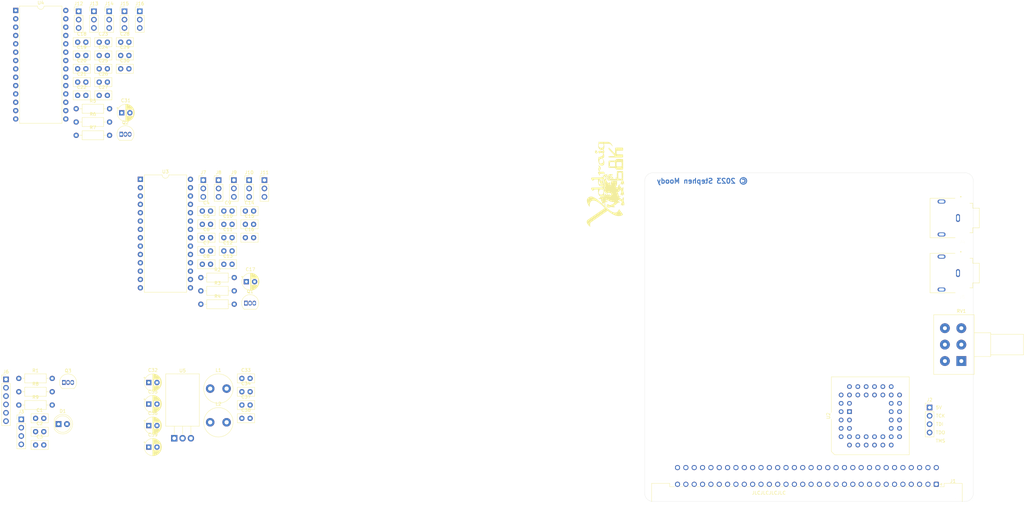
<source format=kicad_pcb>
(kicad_pcb (version 20221018) (generator pcbnew)
  (layers (0 "F.Cu" signal) (1 "In1.Cu" power) (2 "In2.Cu" power) (31 "B.Cu" signal) (34 "B.Paste" user) (35 "F.Paste" user) (36 "B.SilkS" user "B.Silkscreen") (37 "F.SilkS" user "F.Silkscreen") (38 "B.Mask" user) (39 "F.Mask" user) (44 "Edge.Cuts" user))
  (net 0 "")
  (net 1 "GND")
  (net 2 "+5V")
  (net 6 "/~{CS_DATA}")
  (net 7 "/~{RESET}")
  (net 8 "/~{UDS}")
  (net 9 "/CPU_CLK")
  (net 18 "/A6")
  (net 19 "/A4")
  (net 20 "/A2")
  (net 21 "/D7")
  (net 22 "/D5")
  (net 23 "/D3")
  (net 24 "/D1")
  (net 26 "/SID1/POT_X1")
  (net 33 "/~{CS_REG}")
  (net 34 "/R~{W}")
  (net 35 "/~{LDS}")
  (net 44 "/A7")
  (net 45 "/A5")
  (net 46 "/A3")
  (net 47 "/A1")
  (net 48 "/D6")
  (net 49 "/D4")
  (net 50 "/D2")
  (net 51 "/D0")
  (net 53 "Net-(J1-~{ACK})")
  (net 55 "/SID1/POT_Y1")
  (net 56 "/SID1/AUDIO_IN_L")
  (net 57 "/SID1/AUDIO_OUT_L")
  (net 58 "/SID2/AUDIO_IN_R")
  (net 59 "/SID2/AUDIO_OUT_R")
  (net 60 "GNDA")
  (net 61 "+12V")
  (net 62 "/LED")
  (net 64 "Net-(J6-Pin_2)")
  (net 65 "Net-(J6-Pin_3)")
  (net 66 "Net-(J6-Pin_4)")
  (net 67 "Net-(J6-Pin_5)")
  (net 68 "/DTACK")
  (net 69 "Net-(R2-Pad1)")
  (net 70 "Net-(R5-Pad1)")
  (net 71 "Net-(U3-AUDIO_OUT)")
  (net 72 "Net-(U4-AUDIO_OUT)")
  (net 80 "/CLK_1MHZ")
  (net 81 "/~{CS_SID2}")
  (net 82 "/~{CS_SID1}")
  (net 83 "Net-(J8-Pin_3)")
  (net 84 "Net-(J9-Pin_3)")
  (net 85 "Net-(J8-Pin_1)")
  (net 86 "Net-(J9-Pin_1)")
  (net 87 "Net-(U3-EXT_IN)")
  (net 88 "Net-(J10-Pin_3)")
  (net 89 "Net-(J11-Pin_3)")
  (net 90 "Net-(J10-Pin_1)")
  (net 91 "Net-(J11-Pin_1)")
  (net 92 "Net-(Q1-B)")
  (net 93 "Net-(Q1-E)")
  (net 94 "/SID2/POT_X2")
  (net 95 "Net-(J13-Pin_3)")
  (net 96 "Net-(J14-Pin_3)")
  (net 97 "/SID2/POT_Y2")
  (net 98 "Net-(J13-Pin_1)")
  (net 99 "Net-(J14-Pin_1)")
  (net 100 "Net-(U4-EXT_IN)")
  (net 101 "Net-(J15-Pin_3)")
  (net 102 "Net-(J16-Pin_3)")
  (net 103 "Net-(J15-Pin_1)")
  (net 104 "Net-(J16-Pin_1)")
  (net 105 "Net-(Q2-B)")
  (net 106 "Net-(Q2-E)")
  (net 107 "+5VA")
  (net 108 "+9V")
  (net 109 "Net-(D1-A)")
  (net 110 "Net-(J7-Pin_2)")
  (net 111 "Net-(J8-Pin_2)")
  (net 112 "Net-(J9-Pin_2)")
  (net 113 "Net-(J10-Pin_2)")
  (net 114 "Net-(J11-Pin_2)")
  (net 115 "Net-(J12-Pin_2)")
  (net 116 "Net-(J13-Pin_2)")
  (net 117 "Net-(J14-Pin_2)")
  (net 118 "Net-(J15-Pin_2)")
  (net 119 "Net-(J16-Pin_2)")
  (footprint "Ddraig:DIN41612_C_2x32_Male_Horizontal_THT" (layer "F.Cu") (at 188.722 144.78 180)
    (fp_text reference "J1" (at -5.08 1) (layer "F.SilkS"))
    (fp_text value "D68K_64PIN_BOARD" hide)
    (pad "" np_thru_hole circle (at -5.08 -2.54 180) (size 2.85 2.85) (drill 2.85) (layers "*.Cu" "*.Mask"))
    (pad "" np_thru_hole circle (at 83.82 -2.54 180) (size 2.85 2.85) (drill 2.85) (layers "*.Cu" "*.Mask"))
    (pad "A1" thru_hole roundrect (at 0 0 180) (size 1.55 1.55) (drill 1) (layers "*.Cu" "*.Mask") (roundrect_rratio 0.1612896774) (net 2 "+5V"))
    (pad "A2" thru_hole circle (at 2.54 0 180) (size 1.55 1.55) (drill 1) (layers "*.Cu" "*.Mask") (net 1 "GND"))
    (pad "A3" thru_hole circle (at 5.08 0 180) (size 1.55 1.55) (drill 1) (layers "*.Cu" "*.Mask"))
    (pad "A4" thru_hole circle (at 7.62 0 180) (size 1.55 1.55) (drill 1) (layers "*.Cu" "*.Mask"))
    (pad "A5" thru_hole circle (at 10.16 0 180) (size 1.55 1.55) (drill 1) (layers "*.Cu" "*.Mask"))
    (pad "A6" thru_hole circle (at 12.7 0 180) (size 1.55 1.55) (drill 1) (layers "*.Cu" "*.Mask"))
    (pad "A7" thru_hole circle (at 15.24 0 180) (size 1.55 1.55) (drill 1) (layers "*.Cu" "*.Mask") (net 51 "/D0"))
    (pad "A8" thru_hole circle (at 17.78 0 180) (size 1.55 1.55) (drill 1) (layers "*.Cu" "*.Mask") (net 50 "/D2"))
    (pad "A9" thru_hole circle (at 20.32 0 180) (size 1.55 1.55) (drill 1) (layers "*.Cu" "*.Mask") (net 49 "/D4"))
    (pad "A10" thru_hole circle (at 22.86 0 180) (size 1.55 1.55) (drill 1) (layers "*.Cu" "*.Mask") (net 48 "/D6"))
    (pad "A11" thru_hole circle (at 25.4 0 180) (size 1.55 1.55) (drill 1) (layers "*.Cu" "*.Mask") (net 1 "GND"))
    (pad "A12" thru_hole circle (at 27.94 0 180) (size 1.55 1.55) (drill 1) (layers "*.Cu" "*.Mask") (net 47 "/A1"))
    (pad "A13" thru_hole circle (at 30.48 0 180) (size 1.55 1.55) (drill 1) (layers "*.Cu" "*.Mask") (net 46 "/A3"))
    (pad "A14" thru_hole circle (at 33.02 0 180) (size 1.55 1.55) (drill 1) (layers "*.Cu" "*.Mask") (net 45 "/A5"))
    (pad "A15" thru_hole circle (at 35.56 0 180) (size 1.55 1.55) (drill 1) (layers "*.Cu" "*.Mask") (net 44 "/A7"))
    (pad "A16" thru_hole circle (at 38.1 0 180) (size 1.55 1.55) (drill 1) (layers "*.Cu" "*.Mask"))
    (pad "A17" thru_hole circle (at 40.64 0 180) (size 1.55 1.55) (drill 1) (layers "*.Cu" "*.Mask"))
    (pad "A18" thru_hole circle (at 43.18 0 180) (size 1.55 1.55) (drill 1) (layers "*.Cu" "*.Mask"))
    (pad "A19" thru_hole circle (at 45.72 0 180) (size 1.55 1.55) (drill 1) (layers "*.Cu" "*.Mask"))
    (pad "A20" thru_hole circle (at 48.26 0 180) (size 1.55 1.55) (drill 1) (layers "*.Cu" "*.Mask"))
    (pad "A21" thru_hole circle (at 50.8 0 180) (size 1.55 1.55) (drill 1) (layers "*.Cu" "*.Mask"))
    (pad "A22" thru_hole circle (at 53.34 0 180) (size 1.55 1.55) (drill 1) (layers "*.Cu" "*.Mask"))
    (pad "A23" thru_hole circle (at 55.88 0 180) (size 1.55 1.55) (drill 1) (layers "*.Cu" "*.Mask"))
    (pad "A24" thru_hole circle (at 58.42 0 180) (size 1.55 1.55) (drill 1) (layers "*.Cu" "*.Mask") (net 2 "+5V"))
    (pad "A25" thru_hole circle (at 60.96 0 180) (size 1.55 1.55) (drill 1) (layers "*.Cu" "*.Mask") (net 35 "/~{LDS}"))
    (pad "A26" thru_hole circle (at 63.5 0 180) (size 1.55 1.55) (drill 1) (layers "*.Cu" "*.Mask") (net 34 "/R~{W}"))
    (pad "A27" thru_hole circle (at 66.04 0 180) (size 1.55 1.55) (drill 1) (layers "*.Cu" "*.Mask") (net 33 "/~{CS_REG}"))
    (pad "A28" thru_hole circle (at 68.58 0 180) (size 1.55 1.55) (drill 1) (layers "*.Cu" "*.Mask"))
    (pad "A29" thru_hole circle (at 71.12 0 180) (size 1.55 1.55) (drill 1) (layers "*.Cu" "*.Mask"))
    (pad "A30" thru_hole circle (at 73.66 0 180) (size 1.55 1.55) (drill 1) (layers "*.Cu" "*.Mask"))
    (pad "A31" thru_hole circle (at 76.2 0 180) (size 1.55 1.55) (drill 1) (layers "*.Cu" "*.Mask") (net 61 "+12V"))
    (pad "A32" thru_hole circle (at 78.74 0 180) (size 1.55 1.55) (drill 1) (layers "*.Cu" "*.Mask") (net 1 "GND"))
    (pad "C1" thru_hole circle (at 0 5.08 180) (size 1.55 1.55) (drill 1) (layers "*.Cu" "*.Mask") (net 2 "+5V"))
    (pad "C2" thru_hole circle (at 2.54 5.08 180) (size 1.55 1.55) (drill 1) (layers "*.Cu" "*.Mask"))
    (pad "C3" thru_hole circle (at 5.08 5.08 180) (size 1.55 1.55) (drill 1) (layers "*.Cu" "*.Mask"))
    (pad "C4" thru_hole circle (at 7.62 5.08 180) (size 1.55 1.55) (drill 1) (layers "*.Cu" "*.Mask"))
    (pad "C5" thru_hole circle (at 10.16 5.08 180) (size 1.55 1.55) (drill 1) (layers "*.Cu" "*.Mask"))
    (pad "C6" thru_hole circle (at 12.7 5.08 180) (size 1.55 1.55) (drill 1) (layers "*.Cu" "*.Mask"))
    (pad "C7" thru_hole circle (at 15.24 5.08 180) (size 1.55 1.55) (drill 1) (layers "*.Cu" "*.Mask") (net 24 "/D1"))
    (pad "C8" thru_hole circle (at 17.78 5.08 180) (size 1.55 1.55) (drill 1) (layers "*.Cu" "*.Mask") (net 23 "/D3"))
    (pad "C9" thru_hole circle (at 20.32 5.08 180) (size 1.55 1.55) (drill 1) (layers "*.Cu" "*.Mask") (net 22 "/D5"))
    (pad "C10" thru_hole circle (at 22.86 5.08 180) (size 1.55 1.55) (drill 1) (layers "*.Cu" "*.Mask") (net 21 "/D7"))
    (pad "C11" thru_hole circle (at 25.4 5.08 180) (size 1.55 1.55) (drill 1) (layers "*.Cu" "*.Mask") (net 1 "GND"))
    (pad "C12" thru_hole circle (at 27.94 5.08 180) (size 1.55 1.55) (drill 1) (layers "*.Cu" "*.Mask") (net 20 "/A2"))
    (pad "C13" thru_hole circle (at 30.48 5.08 180) (size 1.55 1.55) (drill 1) (layers "*.Cu" "*.Mask") (net 19 "/A4"))
    (pad "C14" thru_hole circle (at 33.02 5.08 180) (size 1.55 1.55) (drill 1) (layers "*.Cu" "*.Mask") (net 18 "/A6"))
    (pad "C15" thru_hole circle (at 35.56 5.08 180) (size 1.55 1.55) (drill 1) (layers "*.Cu" "*.Mask"))
    (pad "C16" thru_hole circle (at 38.1 5.08 180) (size 1.55 1.55) (drill 1) (layers "*.Cu" "*.Mask"))
    (pad "C17" thru_hole circle (at 40.64 5.08 180) (size 1.55 1.55) (drill 1) (layers "*.Cu" "*.Mask"))
    (pad "C18" thru_hole circle (at 43.18 5.08 180) (size 1.55 1.55) (drill 1) (layers "*.Cu" "*.Mask"))
    (pad "C19" thru_hole circle (at 45.72 5.08 180) (size 1.55 1.55) (drill 1) (layers "*.Cu" "*.Mask"))
    (pad "C20" thru_hole circle (at 48.26 5.08 180) (size 1.55 1.55) (drill 1) (layers "*.Cu" "*.Mask"))
    (pad "C21" thru_hole circle (at 50.8 5.08 180) (size 1.55 1.55) (drill 1) (layers "*.Cu" "*.Mask"))
    (pad "C22" thru_hole circle (at 53.34 5.08 180) (size 1.55 1.55) (drill 1) (layers "*.Cu" "*.Mask"))
    (pad "C23" thru_hole circle (at 55.88 5.08 180) (size 1.55 1.55) (drill 1) (layers "*.Cu" "*.Mask") (net 9 "/CPU_CLK"))
    (pad "C24" thru_hole circle (at 58.42 5.08 180) (size 1.55 1.55) (drill 1) (layers "*.Cu" "*.Mask") (net 1 "GND"))
    (pad "C25" thru_hole circle (at 60.96 5.08 180) (size 1.55 1.55) (drill 1) (layers "*.Cu" "*.Mask") (net 8 "/~{UDS}"))
    (pad "C26" thru_hole circle (at 63.5 5.08 180) (size 1.55 1.55) (drill 1) (layers "*.Cu" "*.Mask") (net 7 "/~{RESET}"))
    (pad "C27" thru_hole circle (at 66.04 5.08 180) (size 1.55 1.55) (drill 1) (layers "*.Cu" "*.Mask") (net 6 "/~{CS_DATA}"))
    (pad "C28" thru_hole circle (at 68.58 5.08 180) (size 1.55 1.55) (drill 1) (layers "*.Cu" "*.Mask") (net 53 "Net-(J1-~{ACK})"))
    (pad "C29" thru_hole circle (at 71.12 5.08 180) (size 1.55 1.55) (drill 1) (layers "*.Cu" "*.Mask") (net 1 "GND"))
    (pad "C30" thru_hole circle (at 73.66 5.08 180) (size 1.55 1.55) (drill 1) (layers "*.Cu" "*.Mask"))
    (pad "C31" thru_hole circle (at 76.2 5.08 180) (size 1.55 1.55) (drill 1) (layers "*.Cu" "*.Mask") (net 61 "+12V"))
    (pad "C32" thru_hole circle (at 78.74 5.08 180) (size 1.55 1.55) (drill 1) (layers "*.Cu" "*.Mask") (net 1 "GND"))
  )
  (footprint "Connector_PinHeader_2.54mm:PinHeader_1x04_P2.54mm_Vertical" (layer "F.Cu") (at 186.69 121.412)
    (fp_text reference "J2" (at 0 -2.33) (layer "F.SilkS"))
    (fp_text value "Conn_01x04")
    (pad "1" thru_hole rect (at 0 0) (size 1.7 1.7) (drill 1) (layers "*.Cu" "*.Mask") (net 60 "GNDA"))
    (pad "2" thru_hole oval (at 0 2.54) (size 1.7 1.7) (drill 1) (layers "*.Cu" "*.Mask") (net 55 "/SID1/POT_Y1"))
    (pad "3" thru_hole oval (at 0 5.08) (size 1.7 1.7) (drill 1) (layers "*.Cu" "*.Mask") (net 26 "/SID1/POT_X1"))
    (pad "4" thru_hole oval (at 0 7.62) (size 1.7 1.7) (drill 1) (layers "*.Cu" "*.Mask") (net 2 "+5V"))
  )
  (footprint "Ddraig:Ddraig68k-26mm" (layer "F.Cu") (at 87.884 53.34 90)
    (fp_text reference "G***" hide)
    (fp_text value "LOGO" hide)
  )
  (footprint "Connector_PinHeader_2.54mm:PinHeader_1x03_P2.54mm_Vertical" (layer "F.Cu") (at -34.306 52.232)
    (fp_text reference "J7" (at 0 -2.33) (layer "F.SilkS"))
    (fp_text value "Conn_01x03")
    (pad "1" thru_hole rect (at 0 0) (size 1.7 1.7) (drill 1) (layers "*.Cu" "*.Mask") (net 61 "+12V"))
    (pad "2" thru_hole oval (at 0 2.54) (size 1.7 1.7) (drill 1) (layers "*.Cu" "*.Mask") (net 110 "Net-(J7-Pin_2)"))
    (pad "3" thru_hole oval (at 0 5.08) (size 1.7 1.7) (drill 1) (layers "*.Cu" "*.Mask") (net 108 "+9V"))
  )
  (footprint "Resistor_THT:R_Axial_DIN0207_L6.3mm_D2.5mm_P10.16mm_Horizontal" (layer "F.Cu") (at -72.991775 34.55)
    (fp_text reference "R6" (at 5.08 -2.37) (layer "F.SilkS"))
    (fp_text value "10K")
    (pad "1" thru_hole circle (at 0 0) (size 1.6 1.6) (drill 0.8) (layers "*.Cu" "*.Mask") (net 70 "Net-(R5-Pad1)"))
    (pad "2" thru_hole oval (at 10.16 0) (size 1.6 1.6) (drill 0.8) (layers "*.Cu" "*.Mask") (net 105 "Net-(Q2-B)"))
  )
  (footprint "Resistor_THT:R_Axial_DIN0207_L6.3mm_D2.5mm_P10.16mm_Horizontal" (layer "F.Cu") (at -72.991775 30.5)
    (fp_text reference "R5" (at 5.08 -2.37) (layer "F.SilkS"))
    (fp_text value "1K")
    (pad "1" thru_hole circle (at 0 0) (size 1.6 1.6) (drill 0.8) (layers "*.Cu" "*.Mask") (net 70 "Net-(R5-Pad1)"))
    (pad "2" thru_hole oval (at 10.16 0) (size 1.6 1.6) (drill 0.8) (layers "*.Cu" "*.Mask") (net 1 "GND"))
  )
  (footprint "Connector_PinHeader_2.54mm:PinHeader_1x04_P2.54mm_Vertical" (layer "F.Cu") (at -89.696 125.014)
    (fp_text reference "J3" (at 0 -2.33) (layer "F.SilkS"))
    (fp_text value "Conn_01x04")
    (pad "1" thru_hole rect (at 0 0) (size 1.7 1.7) (drill 1) (layers "*.Cu" "*.Mask") (net 60 "GNDA"))
    (pad "2" thru_hole oval (at 0 2.54) (size 1.7 1.7) (drill 1) (layers "*.Cu" "*.Mask") (net 97 "/SID2/POT_Y2"))
    (pad "3" thru_hole oval (at 0 5.08) (size 1.7 1.7) (drill 1) (layers "*.Cu" "*.Mask") (net 94 "/SID2/POT_X2"))
    (pad "4" thru_hole oval (at 0 7.62) (size 1.7 1.7) (drill 1) (layers "*.Cu" "*.Mask") (net 2 "+5V"))
  )
  (footprint "Capacitor_THT:C_Disc_D5.0mm_W2.5mm_P2.50mm" (layer "F.Cu") (at -34.606 65.682)
    (fp_text reference "C5" (at 1.25 -2.5) (layer "F.SilkS"))
    (fp_text value "100nF")
    (pad "1" thru_hole circle (at 0 0) (size 1.6 1.6) (drill 0.8) (layers "*.Cu" "*.Mask") (net 2 "+5V"))
    (pad "2" thru_hole circle (at 2.5 0) (size 1.6 1.6) (drill 0.8) (layers "*.Cu" "*.Mask") (net 1 "GND"))
  )
  (footprint "Connector_PinHeader_2.54mm:PinHeader_1x03_P2.54mm_Vertical" (layer "F.Cu") (at -53.641775 0.85)
    (fp_text reference "J16" (at 0 -2.33) (layer "F.SilkS"))
    (fp_text value "Conn_01x03")
    (pad "1" thru_hole rect (at 0 0) (size 1.7 1.7) (drill 1) (layers "*.Cu" "*.Mask") (net 104 "Net-(J16-Pin_1)"))
    (pad "2" thru_hole oval (at 0 2.54) (size 1.7 1.7) (drill 1) (layers "*.Cu" "*.Mask") (net 119 "Net-(J16-Pin_2)"))
    (pad "3" thru_hole oval (at 0 5.08) (size 1.7 1.7) (drill 1) (layers "*.Cu" "*.Mask") (net 102 "Net-(J16-Pin_3)"))
  )
  (footprint "Connector_PinHeader_2.54mm:PinHeader_1x03_P2.54mm_Vertical" (layer "F.Cu") (at -15.706 52.232)
    (fp_text reference "J11" (at 0 -2.33) (layer "F.SilkS"))
    (fp_text value "Conn_01x03")
    (pad "1" thru_hole rect (at 0 0) (size 1.7 1.7) (drill 1) (layers "*.Cu" "*.Mask") (net 91 "Net-(J11-Pin_1)"))
    (pad "2" thru_hole oval (at 0 2.54) (size 1.7 1.7) (drill 1) (layers "*.Cu" "*.Mask") (net 114 "Net-(J11-Pin_2)"))
    (pad "3" thru_hole oval (at 0 5.08) (size 1.7 1.7) (drill 1) (layers "*.Cu" "*.Mask") (net 89 "Net-(J11-Pin_3)"))
  )
  (footprint "Connector_PinHeader_2.54mm:PinHeader_1x03_P2.54mm_Vertical" (layer "F.Cu") (at -58.291775 0.85)
    (fp_text reference "J15" (at 0 -2.33) (layer "F.SilkS"))
    (fp_text value "Conn_01x03")
    (pad "1" thru_hole rect (at 0 0) (size 1.7 1.7) (drill 1) (layers "*.Cu" "*.Mask") (net 103 "Net-(J15-Pin_1)"))
    (pad "2" thru_hole oval (at 0 2.54) (size 1.7 1.7) (drill 1) (layers "*.Cu" "*.Mask") (net 118 "Net-(J15-Pin_2)"))
    (pad "3" thru_hole oval (at 0 5.08) (size 1.7 1.7) (drill 1) (layers "*.Cu" "*.Mask") (net 101 "Net-(J15-Pin_3)"))
  )
  (footprint "Capacitor_THT:C_Disc_D5.0mm_W2.5mm_P2.50mm" (layer "F.Cu") (at -65.991775 22.4)
    (fp_text reference "C26" (at 1.25 -2.5) (layer "F.SilkS"))
    (fp_text value "10uF")
    (pad "1" thru_hole circle (at 0 0) (size 1.6 1.6) (drill 0.8) (layers "*.Cu" "*.Mask") (net 100 "Net-(U4-EXT_IN)"))
    (pad "2" thru_hole circle (at 2.5 0) (size 1.6 1.6) (drill 0.8) (layers "*.Cu" "*.Mask") (net 58 "/SID2/AUDIO_IN_R"))
  )
  (footprint "Capacitor_THT:CP_Radial_D5.0mm_P2.50mm" (layer "F.Cu") (at -59.142 31.75)
    (fp_text reference "C31" (at 1.25 -3.75) (layer "F.SilkS"))
    (fp_text value "10uF")
    (pad "1" thru_hole rect (at 0 0) (size 1.6 1.6) (drill 0.8) (layers "*.Cu" "*.Mask") (net 106 "Net-(Q2-E)"))
    (pad "2" thru_hole circle (at 2.5 0) (size 1.6 1.6) (drill 0.8) (layers "*.Cu" "*.Mask") (net 59 "/SID2/AUDIO_OUT_R"))
  )
  (footprint "Capacitor_THT:C_Disc_D5.0mm_W2.5mm_P2.50mm" (layer "F.Cu") (at -65.991775 14.3)
    (fp_text reference "C24" (at 1.25 -2.5) (layer "F.SilkS"))
    (fp_text value "470pf")
    (pad "1" thru_hole circle (at 0 0) (size 1.6 1.6) (drill 0.8) (layers "*.Cu" "*.Mask") (net 98 "Net-(J13-Pin_1)"))
    (pad "2" thru_hole circle (at 2.5 0) (size 1.6 1.6) (drill 0.8) (layers "*.Cu" "*.Mask") (net 99 "Net-(J14-Pin_1)"))
  )
  (footprint "Ddraig:SWITCHCRAFT_35RAPC2BHN2" (layer "F.Cu") (at 194.326 80.518 180)
    (fp_text reference "J5" (at -2.2758 -7.2836) (layer "F.SilkS") (effects (font (thickness 0.015))))
    (fp_text value "Audio In")
    (pad "" np_thru_hole circle (at -3.5 -5 180) (size 1.2 1.2) (drill 1.2) (layers "*.Cu" "*.Mask"))
    (pad "" np_thru_hole circle (at -3.5 5 180) (size 1.2 1.2) (drill 1.2) (layers "*.Cu" "*.Mask"))
    (pad "" np_thru_hole circle (at -1 -5 180) (size 1.2 1.2) (drill 1.2) (layers "*.Cu" "*.Mask"))
    (pad "" np_thru_hole circle (at -1 5 180) (size 1.2 1.2) (drill 1.2) (layers "*.Cu" "*.Mask"))
    (pad "" np_thru_hole circle (at 4 0 180) (size 1.2 1.2) (drill 1.2) (layers "*.Cu" "*.Mask"))
    (pad "1" thru_hole oval (at -1 0 180) (size 1.208 2.416) (drill oval 0.7 1.6) (layers "*.Cu" "*.Mask") (net 60 "GNDA"))
    (pad "2" thru_hole oval (at 4 5 180) (size 2.416 1.208) (drill oval 1.6 0.7) (layers "*.Cu" "*.Mask") (net 58 "/SID2/AUDIO_IN_R"))
    (pad "3" thru_hole oval (at 4 -5 180) (size 2.416 1.208) (drill oval 1.6 0.7) (layers "*.Cu" "*.Mask") (net 56 "/SID1/AUDIO_IN_L"))
  )
  (footprint "Capacitor_THT:C_Disc_D5.0mm_W2.5mm_P2.50mm" (layer "F.Cu") (at -28.056 73.782)
    (fp_text reference "C12" (at 1.25 -2.5) (layer "F.SilkS"))
    (fp_text value "10uF")
    (pad "1" thru_hole circle (at 0 0) (size 1.6 1.6) (drill 0.8) (layers "*.Cu" "*.Mask") (net 87 "Net-(U3-EXT_IN)"))
    (pad "2" thru_hole circle (at 2.5 0) (size 1.6 1.6) (drill 0.8) (layers "*.Cu" "*.Mask") (net 56 "/SID1/AUDIO_IN_L"))
  )
  (footprint "Connector_PinHeader_2.54mm:PinHeader_1x03_P2.54mm_Vertical" (layer "F.Cu") (at -72.241775 0.85)
    (fp_text reference "J12" (at 0 -2.33) (layer "F.SilkS"))
    (fp_text value "Conn_01x03")
    (pad "1" thru_hole rect (at 0 0) (size 1.7 1.7) (drill 1) (layers "*.Cu" "*.Mask") (net 61 "+12V"))
    (pad "2" thru_hole oval (at 0 2.54) (size 1.7 1.7) (drill 1) (layers "*.Cu" "*.Mask") (net 115 "Net-(J12-Pin_2)"))
    (pad "3" thru_hole oval (at 0 5.08) (size 1.7 1.7) (drill 1) (layers "*.Cu" "*.Mask") (net 108 "+9V"))
  )
  (footprint "Package_TO_SOT_THT:TO-92_Inline" (layer "F.Cu") (at -21.336 89.662)
    (fp_text reference "Q1" (at 1.27 -3.56) (layer "F.SilkS"))
    (fp_text value "BC547")
    (pad "1" thru_hole rect (at 0 0) (size 1.05 1.5) (drill 0.75) (layers "*.Cu" "*.Mask") (net 61 "+12V"))
    (pad "2" thru_hole oval (at 1.27 0) (size 1.05 1.5) (drill 0.75) (layers "*.Cu" "*.Mask") (net 92 "Net-(Q1-B)"))
    (pad "3" thru_hole oval (at 2.54 0) (size 1.05 1.5) (drill 0.75) (layers "*.Cu" "*.Mask") (net 93 "Net-(Q1-E)"))
  )
  (footprint "Package_TO_SOT_THT:TO-92_Inline" (layer "F.Cu") (at -59.271775 38.28)
    (fp_text reference "Q2" (at 1.27 -3.56) (layer "F.SilkS"))
    (fp_text value "BC547")
    (pad "1" thru_hole rect (at 0 0) (size 1.05 1.5) (drill 0.75) (layers "*.Cu" "*.Mask") (net 61 "+12V"))
    (pad "2" thru_hole oval (at 1.27 0) (size 1.05 1.5) (drill 0.75) (layers "*.Cu" "*.Mask") (net 105 "Net-(Q2-B)"))
    (pad "3" thru_hole oval (at 2.54 0) (size 1.05 1.5) (drill 0.75) (layers "*.Cu" "*.Mask") (net 106 "Net-(Q2-E)"))
  )
  (footprint "Connector_PinHeader_2.54mm:PinHeader_1x03_P2.54mm_Vertical" (layer "F.Cu") (at -20.356 52.232)
    (fp_text reference "J10" (at 0 -2.33) (layer "F.SilkS"))
    (fp_text value "Conn_01x03")
    (pad "1" thru_hole rect (at 0 0) (size 1.7 1.7) (drill 1) (layers "*.Cu" "*.Mask") (net 90 "Net-(J10-Pin_1)"))
    (pad "2" thru_hole oval (at 0 2.54) (size 1.7 1.7) (drill 1) (layers "*.Cu" "*.Mask") (net 113 "Net-(J10-Pin_2)"))
    (pad "3" thru_hole oval (at 0 5.08) (size 1.7 1.7) (drill 1) (layers "*.Cu" "*.Mask") (net 88 "Net-(J10-Pin_3)"))
  )
  (footprint "Ddraig:SWITCHCRAFT_35RAPC2BHN2" (layer "F.Cu") (at 194.326 63.754 180)
    (fp_text reference "J4" (at -2.2758 -7.2836) (layer "F.SilkS") (effects (font (thickness 0.015))))
    (fp_text value "Audio Out")
    (pad "" np_thru_hole circle (at -3.5 -5 180) (size 1.2 1.2) (drill 1.2) (layers "*.Cu" "*.Mask"))
    (pad "" np_thru_hole circle (at -3.5 5 180) (size 1.2 1.2) (drill 1.2) (layers "*.Cu" "*.Mask"))
    (pad "" np_thru_hole circle (at -1 -5 180) (size 1.2 1.2) (drill 1.2) (layers "*.Cu" "*.Mask"))
    (pad "" np_thru_hole circle (at -1 5 180) (size 1.2 1.2) (drill 1.2) (layers "*.Cu" "*.Mask"))
    (pad "" np_thru_hole circle (at 4 0 180) (size 1.2 1.2) (drill 1.2) (layers "*.Cu" "*.Mask"))
    (pad "1" thru_hole oval (at -1 0 180) (size 1.208 2.416) (drill oval 0.7 1.6) (layers "*.Cu" "*.Mask") (net 60 "GNDA"))
    (pad "2" thru_hole oval (at 4 5 180) (size 2.416 1.208) (drill oval 1.6 0.7) (layers "*.Cu" "*.Mask") (net 59 "/SID2/AUDIO_OUT_R"))
    (pad "3" thru_hole oval (at 4 -5 180) (size 2.416 1.208) (drill oval 1.6 0.7) (layers "*.Cu" "*.Mask") (net 57 "/SID1/AUDIO_OUT_L"))
  )
  (footprint "Potentiometer_THT:Potentiometer_Alps_RK163_Dual_Horizontal" (layer "F.Cu") (at 196.342 107.282 180)
    (fp_text reference "RV1" (at -0.000001 15.199999) (layer "F.SilkS"))
    (fp_text value "10K")
    (pad "1" thru_hole rect (at 0 0) (size 3 3) (drill 1.2) (layers "*.Cu" "*.Mask") (net 71 "Net-(U3-AUDIO_OUT)"))
    (pad "2" thru_hole circle (at 0 5) (size 3 3) (drill 1.2) (layers "*.Cu" "*.Mask") (net 69 "Net-(R2-Pad1)"))
    (pad "3" thru_hole circle (at 0 10) (size 3 3) (drill 1.2) (layers "*.Cu" "*.Mask") (net 60 "GNDA"))
    (pad "4" thru_hole circle (at 5 0) (size 3 3) (drill 1.2) (layers "*.Cu" "*.Mask") (net 72 "Net-(U4-AUDIO_OUT)"))
    (pad "5" thru_hole circle (at 5 5) (size 3 3) (drill 1.2) (layers "*.Cu" "*.Mask") (net 70 "Net-(R5-Pad1)"))
    (pad "6" thru_hole circle (at 5 10) (size 3 3) (drill 1.2) (layers "*.Cu" "*.Mask") (net 60 "GNDA"))
  )
  (footprint "Capacitor_THT:CP_Radial_D5.0mm_P2.50mm" (layer "F.Cu") (at -21.206225 83.132)
    (fp_text reference "C17" (at 1.25 -3.75) (layer "F.SilkS"))
    (fp_text value "10uF")
    (pad "1" thru_hole rect (at 0 0) (size 1.6 1.6) (drill 0.8) (layers "*.Cu" "*.Mask") (net 93 "Net-(Q1-E)"))
    (pad "2" thru_hole circle (at 2.5 0) (size 1.6 1.6) (drill 0.8) (layers "*.Cu" "*.Mask") (net 57 "/SID1/AUDIO_OUT_L"))
  )
  (footprint "Package_LCC:PLCC-44_THT-Socket" (layer "F.Cu") (at 162.306 122.682 90)
    (fp_text reference "U2" (at -1.27 -6.4 90) (layer "F.SilkS"))
    (fp_text value "XC9536PC44")
    (pad "1" thru_hole rect (at 0 0 90) (size 1.4224 1.4224) (drill 0.8) (layers "*.Cu" "*.Mask") (net 47 "/A1"))
    (pad "2" thru_hole circle (at -2.54 -2.54 90) (size 1.4224 1.4224) (drill 0.8) (layers "*.Cu" "*.Mask") (net 20 "/A2"))
    (pad "3" thru_hole circle (at -2.54 0 90) (size 1.4224 1.4224) (drill 0.8) (layers "*.Cu" "*.Mask") (net 46 "/A3"))
    (pad "4" thru_hole circle (at -5.08 -2.54 90) (size 1.4224 1.4224) (drill 0.8) (layers "*.Cu" "*.Mask") (net 21 "/D7"))
    (pad "5" thru_hole circle (at -5.08 0 90) (size 1.4224 1.4224) (drill 0.8) (layers "*.Cu" "*.Mask") (net 9 "/CPU_CLK"))
    (pad "6" thru_hole circle (at -7.62 -2.54 90) (size 1.4224 1.4224) (drill 0.8) (layers "*.Cu" "*.Mask") (net 48 "/D6"))
    (pad "7" thru_hole circle (at -10.16 0 90) (size 1.4224 1.4224) (drill 0.8) (layers "*.Cu" "*.Mask") (net 22 "/D5"))
    (pad "8" thru_hole circle (at -7.62 0 90) (size 1.4224 1.4224) (drill 0.8) (layers "*.Cu" "*.Mask") (net 49 "/D4"))
    (pad "9" thru_hole circle (at -10.16 2.54 90) (size 1.4224 1.4224) (drill 0.8) (layers "*.Cu" "*.Mask") (net 23 "/D3"))
    (pad "10" thru_hole circle (at -7.62 2.54 90) (size 1.4224 1.4224) (drill 0.8) (layers "*.Cu" "*.Mask") (net 1 "GND"))
    (pad "11" thru_hole circle (at -10.16 5.08 90) (size 1.4224 1.4224) (drill 0.8) (layers "*.Cu" "*.Mask") (net 50 "/D2"))
    (pad "12" thru_hole circle (at -7.62 5.08 90) (size 1.4224 1.4224) (drill 0.8) (layers "*.Cu" "*.Mask") (net 24 "/D1"))
    (pad "13" thru_hole circle (at -10.16 7.62 90) (size 1.4224 1.4224) (drill 0.8) (layers "*.Cu" "*.Mask") (net 51 "/D0"))
    (pad "14" thru_hole circle (at -7.62 7.62 90) (size 1.4224 1.4224) (drill 0.8) (layers "*.Cu" "*.Mask"))
    (pad "15" thru_hole circle (at -10.16 10.16 90) (size 1.4224 1.4224) (drill 0.8) (layers "*.Cu" "*.Mask") (net 65 "Net-(J6-Pin_3)"))
    (pad "16" thru_hole circle (at -7.62 10.16 90) (size 1.4224 1.4224) (drill 0.8) (layers "*.Cu" "*.Mask") (net 67 "Net-(J6-Pin_5)"))
    (pad "17" thru_hole circle (at -10.16 12.7 90) (size 1.4224 1.4224) (drill 0.8) (layers "*.Cu" "*.Mask") (net 64 "Net-(J6-Pin_2)"))
    (pad "18" thru_hole circle (at -7.62 15.24 90) (size 1.4224 1.4224) (drill 0.8) (layers "*.Cu" "*.Mask"))
    (pad "19" thru_hole circle (at -7.62 12.7 90) (size 1.4224 1.4224) (drill 0.8) (layers "*.Cu" "*.Mask") (net 62 "/LED"))
    (pad "20" thru_hole circle (at -5.08 15.24 90) (size 1.4224 1.4224) (drill 0.8) (layers "*.Cu" "*.Mask"))
    (pad "21" thru_hole circle (at -5.08 12.7 90) (size 1.4224 1.4224) (drill 0.8) (layers "*.Cu" "*.Mask") (net 2 "+5V"))
    (pad "22" thru_hole circle (at -2.54 15.24 90) (size 1.4224 1.4224) (drill 0.8) (layers "*.Cu" "*.Mask"))
    (pad "23" thru_hole circle (at -2.54 12.7 90) (size 1.4224 1.4224) (drill 0.8) (layers "*.Cu" "*.Mask") (net 1 "GND"))
    (pad "24" thru_hole circle (at 0 15.24 90) (size 1.4224 1.4224) (drill 0.8) (layers "*.Cu" "*.Mask"))
    (pad "25" thru_hole circle (at 0 12.7 90) (size 1.4224 1.4224) (drill 0.8) (layers "*.Cu" "*.Mask"))
    (pad "26" thru_hole circle (at 2.54 15.24 90) (size 1.4224 1.4224) (drill 0.8) (layers "*.Cu" "*.Mask"))
    (pad "27" thru_hole circle (at 2.54 12.7 90) (size 1.4224 1.4224) (drill 0.8) (layers "*.Cu" "*.Mask") (net 80 "/CLK_1MHZ"))
    (pad "28" thru_hole circle (at 5.08 15.24 90) (size 1.4224 1.4224) (drill 0.8) (layers "*.Cu" "*.Mask") (net 81 "/~{CS_SID2}"))
    (pad "29" thru_hole circle (at 7.62 12.7 90) (size 1.4224 1.4224) (drill 0.8) (layers "*.Cu" "*.Mask") (net 82 "/~{CS_SID1}"))
    (pad "30" thru_hole circle (at 5.08 12.7 90) (size 1.4224 1.4224) (drill 0.8) (layers "*.Cu" "*.Mask") (net 66 "Net-(J6-Pin_4)"))
    (pad "31" thru_hole circle (at 7.62 10.16 90) (size 1.4224 1.4224) (drill 0.8) (layers "*.Cu" "*.Mask") (net 1 "GND"))
    (pad "32" thru_hole circle (at 5.08 10.16 90) (size 1.4224 1.4224) (drill 0.8) (layers "*.Cu" "*.Mask") (net 2 "+5V"))
    (pad "33" thru_hole circle (at 7.62 7.62 90) (size 1.4224 1.4224) (drill 0.8) (layers "*.Cu" "*.Mask") (net 68 "/DTACK"))
    (pad "34" thru_hole circle (at 5.08 7.62 90) (size 1.4224 1.4224) (drill 0.8) (layers "*.Cu" "*.Mask") (net 7 "/~{RESET}"))
    (pad "35" thru_hole circle (at 7.62 5.08 90) (size 1.4224 1.4224) (drill 0.8) (layers "*.Cu" "*.Mask") (net 33 "/~{CS_REG}"))
    (pad "36" thru_hole circle (at 5.08 5.08 90) (size 1.4224 1.4224) (drill 0.8) (layers "*.Cu" "*.Mask") (net 6 "/~{CS_DATA}"))
    (pad "37" thru_hole circle (at 7.62 2.54 90) (size 1.4224 1.4224) (drill 0.8) (layers "*.Cu" "*.Mask") (net 34 "/R~{W}"))
    (pad "38" thru_hole circle (at 5.08 2.54 90) (size 1.4224 1.4224) (drill 0.8) (layers "*.Cu" "*.Mask") (net 8 "/~{UDS}"))
    (pad "39" thru_hole circle (at 7.62 0 90) (size 1.4224 1.4224) (drill 0.8) (layers "*.Cu" "*.Mask") (net 35 "/~{LDS}"))
    (pad "40" thru_hole circle (at 5.08 -2.54 90) (size 1.4224 1.4224) (drill 0.8) (layers "*.Cu" "*.Mask") (net 44 "/A7"))
    (pad "41" thru_hole circle (at 5.08 0 90) (size 1.4224 1.4224) (drill 0.8) (layers "*.Cu" "*.Mask") (net 2 "+5V"))
    (pad "42" thru_hole circle (at 2.54 -2.54 90) (size 1.4224 1.4224) (drill 0.8) (layers "*.Cu" "*.Mask") (net 18 "/A6"))
    (pad "43" thru_hole circle (at 2.54 0 90) (size 1.4224 1.4224) (drill 0.8) (layers "*.Cu" "*.Mask") (net 45 "/A5"))
    (pad "44" thru_hole circle (at 0 -2.54 90) (size 1.4224 1.4224) (drill 0.8) (layers "*.Cu" "*.Mask") (net 19 "/A4"))
  )
  (footprint "Resistor_THT:R_Axial_DIN0207_L6.3mm_D2.5mm_P10.16mm_Horizontal" (layer "F.Cu") (at -90.446 116.614)
    (fp_text reference "R8" (at 5.08 -2.37) (layer "F.SilkS"))
    (fp_text value "1M")
    (pad "1" thru_hole circle (at 0 0) (size 1.6 1.6) (drill 0.8) (layers "*.Cu" "*.Mask") (net 2 "+5V"))
    (pad "2" thru_hole oval (at 10.16 0) (size 1.6 1.6) (drill 0.8) (layers "*.Cu" "*.Mask") (net 53 "Net-(J1-~{ACK})"))
  )
  (footprint "Capacitor_THT:C_Disc_D5.0mm_W2.5mm_P2.50mm" (layer "F.Cu") (at -22.566 120.664)
    (fp_text reference "C37" (at 1.25 -2.5) (layer "F.SilkS"))
    (fp_text value "100nF")
    (pad "1" thru_hole circle (at 0 0) (size 1.6 1.6) (drill 0.8) (layers "*.Cu" "*.Mask") (net 61 "+12V"))
    (pad "2" thru_hole circle (at 2.5 0) (size 1.6 1.6) (drill 0.8) (layers "*.Cu" "*.Mask") (net 1 "GND"))
  )
  (footprint "Capacitor_THT:C_Disc_D5.0mm_W2.5mm_P2.50mm" (layer "F.Cu") (at -22.566 124.714)
    (fp_text reference "C38" (at 1.25 -2.5) (layer "F.SilkS"))
    (fp_text value "100nF")
    (pad "1" thru_hole circle (at 0 0) (size 1.6 1.6) (drill 0.8) (layers "*.Cu" "*.Mask") (net 108 "+9V"))
    (pad "2" thru_hole circle (at 2.5 0) (size 1.6 1.6) (drill 0.8) (layers "*.Cu" "*.Mask") (net 1 "GND"))
  )
  (footprint "Package_TO_SOT_THT:TO-220-3_Horizontal_TabDown" (layer "F.Cu") (at -43.156 130.774)
    (fp_text reference "U5" (at 2.54 -20.58) (layer "F.SilkS"))
    (fp_text value "L7809")
    (pad "" np_thru_hole oval (at 2.54 -16.66) (size 3.5 3.5) (drill 3.5) (layers "*.Cu" "*.Mask"))
    (pad "1" thru_hole rect (at 0 0) (size 1.905 2) (drill 1.1) (layers "*.Cu" "*.Mask") (net 61 "+12V"))
    (pad "2" thru_hole oval (at 2.54 0) (size 1.905 2) (drill 1.1) (layers "*.Cu" "*.Mask") (net 1 "GND"))
    (pad "3" thru_hole oval (at 5.08 0) (size 1.905 2) (drill 1.1) (layers "*.Cu" "*.Mask") (net 108 "+9V"))
  )
  (footprint "Resistor_THT:R_Axial_DIN0207_L6.3mm_D2.5mm_P10.16mm_Horizontal" (layer "F.Cu") (at -90.446 112.564)
    (fp_text reference "R1" (at 5.08 -2.37) (layer "F.SilkS"))
    (fp_text value "220R")
    (pad "1" thru_hole circle (at 0 0) (size 1.6 1.6) (drill 0.8) (layers "*.Cu" "*.Mask") (net 109 "Net-(D1-A)"))
    (pad "2" thru_hole oval (at 10.16 0) (size 1.6 1.6) (drill 0.8) (layers "*.Cu" "*.Mask") (net 2 "+5V"))
  )
  (footprint "Capacitor_THT:C_Disc_D5.0mm_W2.5mm_P2.50mm" (layer "F.Cu") (at -22.566 116.614)
    (fp_text reference "C34" (at 1.25 -2.5) (layer "F.SilkS"))
    (fp_text value "100nF")
    (pad "1" thru_hole circle (at 0 0) (size 1.6 1.6) (drill 0.8) (layers "*.Cu" "*.Mask") (net 107 "+5VA"))
    (pad "2" thru_hole circle (at 2.5 0) (size 1.6 1.6) (drill 0.8) (layers "*.Cu" "*.Mask") (net 60 "GNDA"))
  )
  (footprint "Capacitor_THT:C_Disc_D5.0mm_W2.5mm_P2.50mm" (layer "F.Cu") (at -28.056 77.832)
    (fp_text reference "C13" (at 1.25 -2.5) (layer "F.SilkS"))
    (fp_text value "22nF")
    (pad "1" thru_hole circle (at 0 0) (size 1.6 1.6) (drill 0.8) (layers "*.Cu" "*.Mask") (net 88 "Net-(J10-Pin_3)"))
    (pad "2" thru_hole circle (at 2.5 0) (size 1.6 1.6) (drill 0.8) (layers "*.Cu" "*.Mask") (net 89 "Net-(J11-Pin_3)"))
  )
  (footprint "Capacitor_THT:C_Disc_D5.0mm_W2.5mm_P2.50mm" (layer "F.Cu") (at -85.346 128.764)
    (fp_text reference "C2" (at 1.25 -2.5) (layer "F.SilkS"))
    (fp_text value "100nF")
    (pad "1" thru_hole circle (at 0 0) (size 1.6 1.6) (drill 0.8) (layers "*.Cu" "*.Mask") (net 2 "+5V"))
    (pad "2" thru_hole circle (at 2.5 0) (size 1.6 1.6) (drill 0.8) (layers "*.Cu" "*.Mask") (net 1 "GND"))
  )
  (footprint "Capacitor_THT:C_Disc_D5.0mm_W2.5mm_P2.50mm" (layer "F.Cu") (at -65.991775 26.45)
    (fp_text reference "C27" (at 1.25 -2.5) (layer "F.SilkS"))
    (fp_text value "22nF")
    (pad "1" thru_hole circle (at 0 0) (size 1.6 1.6) (drill 0.8) (layers "*.Cu" "*.Mask") (net 101 "Net-(J15-Pin_3)"))
    (pad "2" thru_hole circle (at 2.5 0) (size 1.6 1.6) (drill 0.8) (layers "*.Cu" "*.Mask") (net 102 "Net-(J16-Pin_3)"))
  )
  (footprint "LED_THT:LED_D5.0mm" (layer "F.Cu") (at -78.346 126.464)
    (fp_text reference "D1" (at 1.27 -3.96) (layer "F.SilkS"))
    (fp_text value "Amber")
    (pad "1" thru_hole rect (at 0 0) (size 1.8 1.8) (drill 0.9) (layers "*.Cu" "*.Mask") (net 62 "/LED"))
    (pad "2" thru_hole circle (at 2.54 0) (size 1.8 1.8) (drill 0.9) (layers "*.Cu" "*.Mask") (net 109 "Net-(D1-A)"))
  )
  (footprint "Resistor_THT:R_Axial_DIN0207_L6.3mm_D2.5mm_P10.16mm_Horizontal" (layer "F.Cu") (at -72.991775 38.6)
    (fp_text reference "R7" (at 5.08 -2.37) (layer "F.SilkS"))
    (fp_text value "1K")
    (pad "1" thru_hole circle (at 0 0) (size 1.6 1.6) (drill 0.8) (layers "*.Cu" "*.Mask") (net 106 "Net-(Q2-E)"))
    (pad "2" thru_hole oval (at 10.16 0) (size 1.6 1.6) (drill 0.8) (layers "*.Cu" "*.Mask") (net 1 "GND"))
  )
  (footprint "Capacitor_THT:C_Disc_D5.0mm_W2.5mm_P2.50mm" (layer "F.Cu") (at -34.606 69.732)
    (fp_text reference "C6" (at 1.25 -2.5) (layer "F.SilkS"))
    (fp_text value "100nF")
    (pad "1" thru_hole circle (at 0 0) (size 1.6 1.6) (drill 0.8) (layers "*.Cu" "*.Mask") (net 2 "+5V"))
    (pad "2" thru_hole circle (at 2.5 0) (size 1.6 1.6) (drill 0.8) (layers "*.Cu" "*.Mask") (net 1 "GND"))
  )
  (footprint "Resistor_THT:R_Axial_DIN0207_L6.3mm_D2.5mm_P10.16mm_Horizontal" (layer "F.Cu") (at -35.056 85.932)
    (fp_text reference "R3" (at 5.08 -2.37) (layer "F.SilkS"))
    (fp_text value "10K")
    (pad "1" thru_hole circle (at 0 0) (size 1.6 1.6) (drill 0.8) (layers "*.Cu" "*.Mask") (net 69 "Net-(R2-Pad1)"))
    (pad "2" thru_hole oval (at 10.16 0) (size 1.6 1.6) (drill 0.8) (layers "*.Cu" "*.Mask") (net 92 "Net-(Q1-B)"))
  )
  (footprint "Capacitor_THT:C_Disc_D5.0mm_W2.5mm_P2.50mm" (layer "F.Cu") (at -59.441775 10.25)
    (fp_text reference "C28" (at 1.25 -2.5) (layer "F.SilkS"))
    (fp_text value "470pf")
    (pad "1" thru_hole circle (at 0 0) (size 1.6 1.6) (drill 0.8) (layers "*.Cu" "*.Mask") (net 103 "Net-(J15-Pin_1)"))
    (pad "2" thru_hole circle (at 2.5 0) (size 1.6 1.6) (drill 0.8) (layers "*.Cu" "*.Mask") (net 104 "Net-(J16-Pin_1)"))
  )
  (footprint "Capacitor_THT:CP_Radial_D5.0mm_P2.50mm" (layer "F.Cu") (at -50.906225 113.814)
    (fp_text reference "C32" (at 1.25 -3.75) (layer "F.SilkS"))
    (fp_text value "10uF")
    (pad "1" thru_hole rect (at 0 0) (size 1.6 1.6) (drill 0.8) (layers "*.Cu" "*.Mask") (net 2 "+5V"))
    (pad "2" thru_hole circle (at 2.5 0) (size 1.6 1.6) (drill 0.8) (layers "*.Cu" "*.Mask") (net 1 "GND"))
  )
  (footprint "Capacitor_THT:CP_Radial_D5.0mm_P2.50mm" (layer "F.Cu") (at -50.906225 120.364)
    (fp_text reference "C35" (at 1.25 -3.75) (layer "F.SilkS"))
    (fp_text value "10uF")
    (pad "1" thru_hole rect (at 0 0) (size 1.6 1.6) (drill 0.8) (layers "*.Cu" "*.Mask") (net 107 "+5VA"))
    (pad "2" thru_hole circle (at 2.5 0) (size 1.6 1.6) (drill 0.8) (layers "*.Cu" "*.Mask") (net 60 "GNDA"))
  )
  (footprint "Capacitor_THT:C_Disc_D5.0mm_W2.5mm_P2.50mm" (layer "F.Cu") (at -34.606 77.832)
    (fp_text reference "C8" (at 1.25 -2.5) (layer "F.SilkS"))
    (fp_text value "22nF")
    (pad "1" thru_hole circle (at 0 0) (size 1.6 1.6) (drill 0.8) (layers "*.Cu" "*.Mask") (net 83 "Net-(J8-Pin_3)"))
    (pad "2" thru_hole circle (at 2.5 0) (size 1.6 1.6) (drill 0.8) (layers "*.Cu" "*.Mask") (net 84 "Net-(J9-Pin_3)"))
  )
  (footprint "Capacitor_THT:C_Disc_D5.0mm_W2.5mm_P2.50mm" (layer "F.Cu") (at -22.566 112.564)
    (fp_text reference "C33" (at 1.25 -2.5) (layer "F.SilkS"))
    (fp_text value "100nF")
    (pad "1" thru_hole circle (at 0 0) (size 1.6 1.6) (drill 0.8) (layers "*.Cu" "*.Mask") (net 2 "+5V"))
    (pad "2" thru_hole circle (at 2.5 0) (size 1.6 1.6) (drill 0.8) (layers "*.Cu" "*.Mask") (net 1 "GND"))
  )
  (footprint "Package_DIP:DIP-28_W15.24mm" (layer "F.Cu") (at -53.456 51.982)
    (fp_text reference "U3" (at 7.62 -2.33) (layer "F.SilkS"))
    (fp_text value "~")
    (pad "1" thru_hole rect (at 0 0) (size 1.6 1.6) (drill 0.8) (layers "*.Cu" "*.Mask") (net 113 "Net-(J10-Pin_2)"))
    (pad "2" thru_hole oval (at 0 2.54) (size 1.6 1.6) (drill 0.8) (layers "*.Cu" "*.Mask") (net 114 "Net-(J11-Pin_2)"))
    (pad "3" thru_hole oval (at 0 5.08) (size 1.6 1.6) (drill 0.8) (layers "*.Cu" "*.Mask") (net 111 "Net-(J8-Pin_2)"))
    (pad "4" thru_hole oval (at 0 7.62) (size 1.6 1.6) (drill 0.8) (layers "*.Cu" "*.Mask") (net 112 "Net-(J9-Pin_2)"))
    (pad "5" thru_hole oval (at 0 10.16) (size 1.6 1.6) (drill 0.8) (layers "*.Cu" "*.Mask") (net 7 "/~{RESET}"))
    (pad "6" thru_hole oval (at 0 12.7) (size 1.6 1.6) (drill 0.8) (layers "*.Cu" "*.Mask") (net 80 "/CLK_1MHZ"))
    (pad "7" thru_hole oval (at 0 15.24) (size 1.6 1.6) (drill 0.8) (layers "*.Cu" "*.Mask") (net 34 "/R~{W}"))
    (pad "8" thru_hole oval (at 0 17.78) (size 1.6 1.6) (drill 0.8) (layers "*.Cu" "*.Mask") (net 82 "/~{CS_SID1}"))
    (pad "9" thru_hole oval (at 0 20.32) (size 1.6 1.6) (drill 0.8) (layers "*.Cu" "*.Mask") (net 47 "/A1"))
    (pad "10" thru_hole oval (at 0 22.86) (size 1.6 1.6) (drill 0.8) (layers "*.Cu" "*.Mask") (net 20 "/A2"))
    (pad "11" thru_hole oval (at 0 25.4) (size 1.6 1.6) (drill 0.8) (layers "*.Cu" "*.Mask") (net 46 "/A3"))
    (pad "12" thru_hole oval (at 0 27.94) (size 1.6 1.6) (drill 0.8) (layers "*.Cu" "*.Mask") (net 19 "/A4"))
    (pad "13" thru_hole oval (at 0 30.48) (size 1.6 1.6) (drill 0.8) (layers "*.Cu" "*.Mask") (net 45 "/A5"))
    (pad "14" thru_hole oval (at 0 33.02) (size 1.6 1.6) (drill 0.8) (layers "*.Cu" "*.Mask") (net 1 "GND"))
    (pad "15" thru_hole oval (at 15.24 33.02) (size 1.6 1.6) (drill 0.8) (layers "*.Cu" "*.Mask") (net 51 "/D0"))
    (pad "16" thru_hole oval (at 15.24 30.48) (size 1.6 1.6) (drill 0.8) (layers "*.Cu" "*.Mask") (net 24 "/D1"))
    (pad "17" thru_hole oval (at 15.24 27.94) (size 1.6 1.6) (drill 0.8) (layers "*.Cu" "*.Mask") (net 50 "/D2"))
    (pad "18" thru_hole oval (at 15.24 25.4) (size 1.6 1.6) (drill 0.8) (layers "*.Cu" "*.Mask") (net 23 "/D3"))
    (pad "19" thru_hole oval (at 15.24 22.86) (size 1.6 1.6) (drill 0.8) (layers "*.Cu" "*.Mask") (net 49 "/D4"))
    (pad "20" thru_hole oval (at 15.24 20.32) (size 1.6 1.6) (drill 0.8) (layers "*.Cu" "*.Mask") (net 22 "/D5"))
    (pad "21" thru_hole oval (at 15.24 17.78) (size 1.6 1.6) (drill 0.8) (layers "*.Cu" "*.Mask") (net 48 "/D6"))
    (pad "22" thru_hole oval (at 15.24 15.24) (size 1.6 1.6) (drill 0.8) (layers "*.Cu" "*.Mask") (net 21 "/D7"))
    (pad "23" thru_hole oval (at 15.24 12.7) (size 1.6 1.6) (drill 0.8) (layers "*.Cu" "*.Mask") (net 55 "/SID1/POT_Y1"))
    (pad "24" thru_hole oval (at 15.24 10.16) (size 1.6 1.6) (drill 0.8) (layers "*.Cu" "*.Mask") (net 26 "/SID1/POT_X1"))
    (pad "25" thru_hole oval (at 15.24 7.62) (size 1.6 1.6) (drill 0.8) (layers "*.Cu" "*.Mask") (net 2 "+5V"))
    (pad "26" thru_hole oval (at 15.24 5.08) (size 1.6 1.6) (drill 0.8) (layers "*.Cu" "*.Mask") (net 87 "Net-(U3-EXT_IN)"))
    (pad "27" thru_hole oval (at 15.24 2.54) (size 1.6 1.6) (drill 0.8) (layers "*.Cu" "*.Mask") (net 71 "Net-(U3-AUDIO_OUT)"))
    (pad "28" thru_hole oval (at 15.24 0) (size 1.6 1.6) (drill 0.8) (layers "*.Cu" "*.Mask") (net 110 "Net-(J7-Pin_2)"))
  )
  (footprint "Capacitor_THT:C_Disc_D5.0mm_W2.5mm_P2.50mm" (layer "F.Cu") (at -21.506 65.682)
    (fp_text reference "C15" (at 1.25 -2.5) (layer "F.SilkS"))
    (fp_text value "1nF")
    (pad "1" thru_hole circle (at 0 0) (size 1.6 1.6) (drill 0.8) (layers "*.Cu" "*.Mask") (net 92 "Net-(Q1-B)"))
    (pad "2" thru_hole circle (at 2.5 0) (size 1.6 1.6) (drill 0.8) (layers "*.Cu" "*.Mask") (net 1 "GND"))
  )
  (footprint "Package_DIP:DIP-28_W15.24mm" (layer "F.Cu") (at -91.391775 0.6)
    (fp_text reference "U4" (at 7.62 -2.33) (layer "F.SilkS"))
    (fp_text value "~")
    (pad "1" thru_hole rect (at 0 0) (size 1.6 1.6) (drill 0.8) (layers "*.Cu" "*.Mask") (net 118 "Net-(J15-Pin_2)"))
    (pad "2" thru_hole oval (at 0 2.54) (size 1.6 1.6) (drill 0.8) (layers "*.Cu" "*.Mask") (net 119 "Net-(J16-Pin_2)"))
    (pad "3" thru_hole oval (at 0 5.08) (size 1.6 1.6) (drill 0.8) (layers "*.Cu" "*.Mask") (net 116 "Net-(J13-Pin_2)"))
    (pad "4" thru_hole oval (at 0 7.62) (size 1.6 1.6) (drill 0.8) (layers "*.Cu" "*.Mask") (net 117 "Net-(J14-Pin_2)"))
    (pad "5" thru_hole oval (at 0 10.16) (size 1.6 1.6) (drill 0.8) (layers "*.Cu" "*.Mask") (net 7 "/~{RESET}"))
    (pad "6" thru_hole oval (at 0 12.7) (size 1.6 1.6) (drill 0.8) (layers "*.Cu" "*.Mask") (net 80 "/CLK_1MHZ"))
    (pad "7" thru_hole oval (at 0 15.24) (size 1.6 1.6) (drill 0.8) (layers "*.Cu" "*.Mask") (net 34 "/R~{W}"))
    (pad "8" thru_hole oval (at 0 17.78) (size 1.6 1.6) (drill 0.8) (layers "*.Cu" "*.Mask") (net 81 "/~{CS_SID2}"))
    (pad "9" thru_hole oval (at 0 20.32) (size 1.6 1.6) (drill 0.8) (layers "*.Cu" "*.Mask") (net 47 "/A1"))
    (pad "10" thru_hole oval (at 0 22.86) (size 1.6 1.6) (drill 0.8) (layers "*.Cu" "*.Mask") (net 20 "/A2"))
    (pad "11" thru_hole oval (at 0 25.4) (size 1.6 1.6) (drill 0.8) (layers "*.Cu" "*.Mask") (net 46 "/A3"))
    (pad "12" thru_hole oval (at 0 27.94) (size 1.6 1.6) (drill 0.8) (layers "*.Cu" "*.Mask") (net 19 "/A4"))
    (pad "13" thru_hole oval (at 0 30.48) (size 1.6 1.6) (drill 0.8) (layers "*.Cu" "*.Mask") (net 45 "/A5"))
    (pad "14" thru_hole oval (at 0 33.02) (size 1.6 1.6) (drill 0.8) (layers "*.Cu" "*.Mask") (net 1 "GND"))
    (pad "15" thru_hole oval (at 15.24 33.02) (size 1.6 1.6) (drill 0.8) (layers "*.Cu" "*.Mask") (net 51 "/D0"))
    (pad "16" thru_hole oval (at 15.24 30.48) (size 1.6 1.6) (drill 0.8) (layers "*.Cu" "*.Mask") (net 24 "/D1"))
    (pad "17" thru_hole oval (at 15.24 27.94) (size 1.6 1.6) (drill 0.8) (layers "*.Cu" "*.Mask") (net 50 "/D2"))
    (pad "18" thru_hole oval (at 15.24 25.4) (size 1.6 1.6) (drill 0.8) (layers "*.Cu" "*.Mask") (net 23 "/D3"))
    (pad "19" thru_hole oval (at 15.24 22.86) (size 1.6 1.6) (drill 0.8) (layers "*.Cu" "*.Mask") (net 49 "/D4"))
    (pad "20" thru_hole oval (at 15.24 20.32) (size 1.6 1.6) (drill 0.8) (layers "*.Cu" "*.Mask") (net 22 "/D5"))
    (pad "21" thru_hole oval (at 15.24 17.78) (size 1.6 1.6) (drill 0.8) (layers "*.Cu" "*.Mask") (net 48 "/D6"))
    (pad "22" thru_hole oval (at 15.24 15.24) (size 1.6 1.6) (drill 0.8) (layers "*.Cu" "*.Mask") (net 21 "/D7"))
    (pad "23" thru_hole oval (at 15.24 12.7) (size 1.6 1.6) (drill 0.8) (layers "*.Cu" "*.Mask") (net 97 "/SID2/POT_Y2"))
    (pad "24" thru_hole oval (at 15.24 10.16) (size 1.6 1.6) (drill 0.8) (layers "*.Cu" "*.Mask") (net 94 "/SID2/POT_X2"))
    (pad "25" thru_hole oval (at 15.24 7.62) (size 1.6 1.6) (drill 0.8) (layers "*.Cu" "*.Mask") (net 2 "+5V"))
    (pad "26" thru_hole oval (at 15.24 5.08) (size 1.6 1.6) (drill 0.8) (layers "*.Cu" "*.Mask") (net 100 "Net-(U4-EXT_IN)"))
    (pad "27" thru_hole oval (at 15.24 2.54) (size 1.6 1.6) (drill 0.8) (layers "*.Cu" "*.Mask") (net 72 "Net-(U4-AUDIO_OUT)"))
    (pad "28" thru_hole oval (at 15.24 0) (size 1.6 1.6) (drill 0.8) (layers "*.Cu" "*.Mask") (net 115 "Net-(J12-Pin_2)"))
  )
  (footprint "Connector_PinHeader_2.54mm:PinHeader_1x03_P2.54mm_Vertical" (layer "F.Cu") (at -67.591775 0.85)
    (fp_text reference "J13" (at 0 -2.33) (layer "F.SilkS"))
    (fp_text value "Conn_01x03")
    (pad "1" thru_hole rect (at 0 0) (size 1.7 1.7) (drill 1) (layers "*.Cu" "*.Mask") (net 98 "Net-(J13-Pin_1)"))
    (pad "2" thru_hole oval (at 0 2.54) (size 1.7 1.7) (drill 1) (layers "*.Cu" "*.Mask") (net 116 "Net-(J13-Pin_2)"))
    (pad "3" thru_hole oval (at 0 5.08) (size 1.7 1.7) (drill 1) (layers "*.Cu" "*.Mask") (net 95 "Net-(J13-Pin_3)"))
  )
  (footprint "Capacitor_THT:C_Disc_D5.0mm_W2.5mm_P2.50mm" (layer "F.Cu") (at -59.441775 18.35)
    (fp_text reference "C30" (at 1.25 -2.5) (layer "F.SilkS"))
    (fp_text value "470pF")
    (pad "1" thru_hole circle (at 0 0) (size 1.6 1.6) (drill 0.8) (layers "*.Cu" "*.Mask") (net 105 "Net-(Q2-B)"))
    (pad "2" thru_hole circle (at 2.5 0) (size 1.6 1.6) (drill 0.8) (layers "*.Cu" "*.Mask") (net 106 "Net-(Q2-E)"))
  )
  (footprint "Capacitor_THT:C_Disc_D5.0mm_W2.5mm_P2.50mm" (layer "F.Cu") (at -28.056 65.682)
    (fp_text reference "C10" (at 1.25 -2.5) (layer "F.SilkS"))
    (fp_text value "470pf")
    (pad "1" thru_hole circle (at 0 0) (size 1.6 1.6) (drill 0.8) (layers "*.Cu" "*.Mask") (net 85 "Net-(J8-Pin_1)"))
    (pad "2" thru_hole circle (at 2.5 0) (size 1.6 1.6) (drill 0.8) (layers "*.Cu" "*.Mask") (net 86 "Net-(J9-Pin_1)"))
  )
  (footprint "Capacitor_THT:C_Disc_D5.0mm_W2.5mm_P2.50mm" (layer "F.Cu") (at -85.346 132.814)
    (fp_text reference "C3" (at 1.25 -2.5) (layer "F.SilkS"))
    (fp_text value "100nF")
    (pad "1" thru_hole circle (at 0 0) (size 1.6 1.6) (drill 0.8) (layers "*.Cu" "*.Mask") (net 2 "+5V"))
    (pad "2" thru_hole circle (at 2.5 0) (size 1.6 1.6) (drill 0.8) (layers "*.Cu" "*.Mask") (net 1 "GND"))
  )
  (footprint "Capacitor_THT:C_Disc_D5.0mm_W2.5mm_P2.50mm" (layer "F.Cu") (at -72.541775 10.25)
    (fp_text reference "C18" (at 1.25 -2.5) (layer "F.SilkS"))
    (fp_text value "100nF")
    (pad "1" thru_hole circle (at 0 0) (size 1.6 1.6) (drill 0.8) (layers "*.Cu" "*.Mask") (net 2 "+5V"))
    (pad "2" thru_hole circle (at 2.5 0) (size 1.6 1.6) (drill 0.8) (layers "*.Cu" "*.Mask") (net 1 "GND"))
  )
  (footprint "Resistor_THT:R_Axial_DIN0207_L6.3mm_D2.5mm_P10.16mm_Horizontal" (layer "F.Cu") (at -35.056 89.982)
    (fp_text reference "R4" (at 5.08 -2.37) (layer "F.SilkS"))
    (fp_text value "1K")
    (pad "1" thru_hole circle (at 0 0) (size 1.6 1.6) (drill 0.8) (layers "*.Cu" "*.Mask") (net 93 "Net-(Q1-E)"))
    (pad "2" thru_hole oval (at 10.16 0) (size 1.6 1.6) (drill 0.8) (layers "*.Cu" "*.Mask") (net 1 "GND"))
  )
  (footprint "Capacitor_THT:C_Disc_D5.0mm_W2.5mm_P2.50mm" (layer "F.Cu") (at -28.056 61.632)
    (fp_text reference "C9" (at 1.25 -2.5) (layer "F.SilkS"))
    (fp_text value "1nF")
    (pad "1" thru_hole circle (at 0 0) (size 1.6 1.6) (drill 0.8) (layers "*.Cu" "*.Mask") (net 55 "/SID1/POT_Y1"))
    (pad "2" thru_hole circle (at 2.5 0) (size 1.6 1.6) (drill 0.8) (layers "*.Cu" "*.Mask") (net 1 "GND"))
  )
  (footprint "Capacitor_THT:C_Disc_D5.0mm_W2.5mm_P2.50mm" (layer "F.Cu") (at -72.541775 18.35)
    (fp_text reference "C20" (at 1.25 -2.5) (layer "F.SilkS"))
    (fp_text value "100nF")
    (pad "1" thru_hole circle (at 0 0) (size 1.6 1.6) (drill 0.8) (layers "*.Cu" "*.Mask") (net 2 "+5V"))
    (pad "2" thru_hole circle (at 2.5 0) (size 1.6 1.6) (drill 0.8) (layers "*.Cu" "*.Mask") (net 1 "GND"))
  )
  (footprint "Package_TO_SOT_THT:TO-92_Inline" (layer "F.Cu") (at -76.726 113.794)
    (fp_text reference "Q3" (at 1.27 -3.56) (layer "F.SilkS"))
    (fp_text value "2N7000")
    (pad "1" thru_hole rect (at 0 0) (size 1.05 1.5) (drill 0.75) (layers "*.Cu" "*.Mask") (net 1 "GND"))
    (pad "2" thru_hole oval (at 1.27 0) (size 1.05 1.5) (drill 0.75) (layers "*.Cu" "*.Mask") (net 68 "/DTACK"))
    (pad "3" thru_hole oval (at 2.54 0) (size 1.05 1.5) (drill 0.75) (layers "*.Cu" "*.Mask") (net 53 "Net-(J1-~{ACK})"))
  )
  (footprint "Capacitor_THT:C_Disc_D5.0mm_W2.5mm_P2.50mm" (layer "F.Cu") (at -21.506 61.632)
    (fp_text reference "C14" (at 1.25 -2.5) (layer "F.SilkS"))
    (fp_text value "470pf")
    (pad "1" thru_hole circle (at 0 0) (size 1.6 1.6) (drill 0.8) (layers "*.Cu" "*.Mask") (net 90 "Net-(J10-Pin_1)"))
    (pad "2" thru_hole circle (at 2.5 0) (size 1.6 1.6) (drill 0.8) (layers "*.Cu" "*.Mask") (net 91 "Net-(J11-Pin_1)"))
  )
  (footprint "Capacitor_THT:C_Disc_D5.0mm_W2.5mm_P2.50mm" (layer "F.Cu") (at -65.991775 10.25)
    (fp_text reference "C23" (at 1.25 -2.5) (layer "F.SilkS"))
    (fp_text value "1nF")
    (pad "1" thru_hole circle (at 0 0) (size 1.6 1.6) (drill 0.8) (layers "*.Cu" "*.Mask") (net 97 "/SID2/POT_Y2"))
    (pad "2" thru_hole circle (at 2.5 0) (size 1.6 1.6) (drill 0.8) (layers "*.Cu" "*.Mask") (net 1 "GND"))
  )
  (footprint "Connector_PinHeader_2.54mm:PinHeader_1x03_P2.54mm_Vertical" (layer "F.Cu") (at -25.006 52.232)
    (fp_text reference "J9" (at 0 -2.33) (layer "F.SilkS"))
    (fp_text value "Conn_01x03")
    (pad "1" thru_hole rect (at 0 0) (size 1.7 1.7) (drill 1) (layers "*.Cu" "*.Mask") (net 86 "Net-(J9-Pin_1)"))
    (pad "2" thru_hole oval (at 0 2.54) (size 1.7 1.7) (drill 1) (layers "*.Cu" "*.Mask") (net 112 "Net-(J9-Pin_2)"))
    (pad "3" thru_hole oval (at 0 5.08) (size 1.7 1.7) (drill 1) (layers "*.Cu" "*.Mask") (net 84 "Net-(J9-Pin_3)"))
  )
  (footprint "Inductor_THT:L_Radial_D8.7mm_P5.00mm_Fastron_07HCP" (layer "F.Cu") (at -32.216 115.664)
    (fp_text reference "L1" (at 2.5 -5.6) (layer "F.SilkS"))
    (fp_text value "22uH")
    (pad "1" thru_hole circle (at 0 0) (size 2.6 2.6) (drill 1.3) (layers "*.Cu" "*.Mask") (net 107 "+5VA"))
    (pad "2" thru_hole circle (at 5 0) (size 2.6 2.6) (drill 1.3) (layers "*.Cu" "*.Mask") (net 2 "+5V"))
  )
  (footprint "Capacitor_THT:C_Disc_D5.0mm_W2.5mm_P2.50mm" (layer "F.Cu") (at -28.056 69.732)
    (fp_text reference "C11" (at 1.25 -2.5) (layer "F.SilkS"))
    (fp_text value "1nF")
    (pad "1" thru_hole circle (at 0 0) (size 1.6 1.6) (drill 0.8) (layers "*.Cu" "*.Mask") (net 87 "Net-(U3-EXT_IN)"))
    (pad "2" thru_hole circle (at 2.5 0) (size 1.6 1.6) (drill 0.8) (layers "*.Cu" "*.Mask") (net 1 "GND"))
  )
  (footprint "Inductor_THT:L_Radial_D8.7mm_P5.00mm_Fastron_07HCP" (layer "F.Cu") (at -32.216 125.914)
    (fp_text reference "L2" (at 2.5 -5.6) (layer "F.SilkS"))
    (fp_text value "22uH")
    (pad "1" thru_hole circle (at 0 0) (size 2.6 2.6) (drill 1.3) (layers "*.Cu" "*.Mask") (net 60 "GNDA"))
    (pad "2" thru_hole circle (at 5 0) (size 2.6 2.6) (drill 1.3) (layers "*.Cu" "*.Mask") (net 1 "GND"))
  )
  (footprint "Capacitor_THT:CP_Radial_D5.0mm_P2.50mm" (layer "F.Cu") (at -50.906225 126.914)
    (fp_text reference "C36" (at 1.25 -3.75) (layer "F.SilkS"))
    (fp_text value "10uF")
    (pad "1" thru_hole rect (at 0 0) (size 1.6 1.6) (drill 0.8) (layers "*.Cu" "*.Mask") (net 61 "+12V"))
    (pad "2" thru_hole circle (at 2.5 0) (size 1.6 1.6) (drill 0.8) (layers "*.Cu" "*.Mask") (net 1 "GND"))
  )
  (footprint "Capacitor_THT:C_Disc_D5.0mm_W2.5mm_P2.50mm" (layer "F.Cu") (at -34.606 73.782)
    (fp_text reference "C7" (at 1.25 -2.5) (layer "F.SilkS"))
    (fp_text value "1nF")
    (pad "1" thru_hole circle (at 0 0) (size 1.6 1.6) (drill 0.8) (layers "*.Cu" "*.Mask") (net 26 "/SID1/POT_X1"))
    (pad "2" thru_hole circle (at 2.5 0) (size 1.6 1.6) (drill 0.8) (layers "*.Cu" "*.Mask") (net 1 "GND"))
  )
  (footprint "Connector_PinHeader_2.54mm:PinHeader_1x03_P2.54mm_Vertical" (layer "F.Cu") (at -29.656 52.232)
    (fp_text reference "J8" (at 0 -2.33) (layer "F.SilkS"))
    (fp_text value "Conn_01x03")
    (pad "1" thru_hole rect (at 0 0) (size 1.7 1.7) (drill 1) (layers "*.Cu" "*.Mask") (net 85 "Net-(J8-Pin_1)"))
    (pad "2" thru_hole oval (at 0 2.54) (size 1.7 1.7) (drill 1) (layers "*.Cu" "*.Mask") (net 111 "Net-(J8-Pin_2)"))
    (pad "3" thru_hole oval (at 0 5.08) (size 1.7 1.7) (drill 1) (layers "*.Cu" "*.Mask") (net 83 "Net-(J8-Pin_3)"))
  )
  (footprint "Capacitor_THT:C_Disc_D5.0mm_W2.5mm_P2.50mm" (layer "F.Cu") (at -85.346 124.714)
    (fp_text reference "C1" (at 1.25 -2.5) (layer "F.SilkS"))
    (fp_text value "100nF")
    (pad "1" thru_hole circle (at 0 0) (size 1.6 1.6) (drill 0.8) (layers "*.Cu" "*.Mask") (net 2 "+5V"))
    (pad "2" thru_hole circle (at 2.5 0) (size 1.6 1.6) (drill 0.8) (layers "*.Cu" "*.Mask") (net 1 "GND"))
  )
  (footprint "Capacitor_THT:C_Disc_D5.0mm_W2.5mm_P2.50mm" (layer "F.Cu") (at -72.541775 22.4)
    (fp_text reference "C21" (at 1.25 -2.5) (layer "F.SilkS"))
    (fp_text value "1nF")
    (pad "1" thru_hole circle (at 0 0) (size 1.6 1.6) (drill 0.8) (layers "*.Cu" "*.Mask") (net 94 "/SID2/POT_X2"))
    (pad "2" thru_hole circle (at 2.5 0) (size 1.6 1.6) (drill 0.8) (layers "*.Cu" "*.Mask") (net 1 "GND"))
  )
  (footprint "Capacitor_THT:C_Disc_D5.0mm_W2.5mm_P2.50mm" (layer "F.Cu") (at -72.541775 14.3)
    (fp_text reference "C19" (at 1.25 -2.5) (layer "F.SilkS"))
    (fp_text value "100nF")
    (pad "1" thru_hole circle (at 0 0) (size 1.6 1.6) (drill 0.8) (layers "*.Cu" "*.Mask") (net 2 "+5V"))
    (pad "2" thru_hole circle (at 2.5 0) (size 1.6 1.6) (drill 0.8) (layers "*.Cu" "*.Mask") (net 1 "GND"))
  )
  (footprint "Connector_PinHeader_2.54mm:PinHeader_1x03_P2.54mm_Vertical" (layer "F.Cu") (at -62.941775 0.85)
    (fp_text reference "J14" (at 0 -2.33) (layer "F.SilkS"))
    (fp_text value "Conn_01x03")
    (pad "1" thru_hole rect (at 0 0) (size 1.7 1.7) (drill 1) (layers "*.Cu" "*.Mask") (net 99 "Net-(J14-Pin_1)"))
    (pad "2" thru_hole oval (at 0 2.54) (size 1.7 1.7) (drill 1) (layers "*.Cu" "*.Mask") (net 117 "Net-(J14-Pin_2)"))
    (pad "3" thru_hole oval (at 0 5.08) (size 1.7 1.7) (drill 1) (layers "*.Cu" "*.Mask") (net 96 "Net-(J14-Pin_3)"))
  )
  (footprint "Resistor_THT:R_Axial_DIN0207_L6.3mm_D2.5mm_P10.16mm_Horizontal" (layer "F.Cu") (at -35.056 81.882)
    (fp_text reference "R2" (at 5.08 -2.37) (layer "F.SilkS"))
    (fp_text value "1K")
    (pad "1" thru_hole circle (at 0 0) (size 1.6 1.6) (drill 0.8) (layers "*.Cu" "*.Mask") (net 69 "Net-(R2-Pad1)"))
    (pad "2" thru_hole oval (at 10.16 0) (size 1.6 1.6) (drill 0.8) (layers "*.Cu" "*.Mask") (net 1 "GND"))
  )
  (footprint "Connector_PinHeader_2.54mm:PinHeader_1x06_P2.54mm_Vertical" (layer "F.Cu") (at -94.346 112.864)
    (fp_text reference "J6" (at 0 -2.33) (layer "F.SilkS"))
    (fp_text value "JTAG")
    (pad "1" thru_hole rect (at 0 0) (size 1.7 1.7) (drill 1) (layers "*.Cu" "*.Mask") (net 2 "+5V"))
    (pad "2" thru_hole oval (at 0 2.54) (size 1.7 1.7) (drill 1) (layers "*.Cu" "*.Mask") (net 64 "Net-(J6-Pin_2)"))
    (pad "3" thru_hole oval (at 0 5.08) (size 1.7 1.7) (drill 1) (layers "*.Cu" "*.Mask") (net 65 "Net-(J6-Pin_3)"))
    (pad "4" thru_hole oval (at 0 7.62) (size 1.7 1.7) (drill 1) (layers "*.Cu" "*.Mask") (net 66 "Net-(J6-Pin_4)"))
    (pad "5" thru_hole oval (at 0 10.16) (size 1.7 1.7) (drill 1) (layers "*.Cu" "*.Mask") (net 67 "Net-(J6-Pin_5)"))
    (pad "6" thru_hole oval (at 0 12.7) (size 1.7 1.7) (drill 1) (layers "*.Cu" "*.Mask") (net 1 "GND"))
  )
  (footprint "Capacitor_THT:C_Disc_D5.0mm_W2.5mm_P2.50mm" (layer "F.Cu") (at -21.506 69.732)
    (fp_text reference "C16" (at 1.25 -2.5) (layer "F.SilkS"))
    (fp_text value "470pF")
    (pad "1" thru_hole circle (at 0 0) (size 1.6 1.6) (drill 0.8) (layers "*.Cu" "*.Mask") (net 92 "Net-(Q1-B)"))
    (pad "2" thru_hole circle (at 2.5 0) (size 1.6 1.6) (drill 0.8) (layers "*.Cu" "*.Mask") (net 93 "Net-(Q1-E)"))
  )
  (footprint "Capacitor_THT:CP_Radial_D5.0mm_P2.50mm" (layer "F.Cu") (at -50.906225 133.464)
    (fp_text reference "C39" (at 1.25 -3.75) (layer "F.SilkS"))
    (fp_text value "10uF")
    (pad "1" thru_hole rect (at 0 0) (size 1.6 1.6) (drill 0.8) (layers "*.Cu" "*.Mask") (net 108 "+9V"))
    (pad "2" thru_hole circle (at 2.5 0) (size 1.6 1.6) (drill 0.8) (layers "*.Cu" "*.Mask") (net 1 "GND"))
  )
  (footprint "Capacitor_THT:C_Disc_D5.0mm_W2.5mm_P2.50mm" (layer "F.Cu") (at -72.541775 26.45)
    (fp_text reference "C22" (at 1.25 -2.5) (layer "F.SilkS"))
    (fp_text value "22nF")
    (pad "1" thru_hole circle (at 0 0) (size 1.6 1.6) (drill 0.8) (layers "*.Cu" "*.Mask") (net 95 "Net-(J13-Pin_3)"))
    (pad "2" thru_hole circle (at 2.5 0) (size 1.6 1.6) (drill 0.8) (layers "*.Cu" "*.Mask") (net 96 "Net-(J14-Pin_3)"))
  )
  (footprint "Resistor_THT:R_Axial_DIN0207_L6.3mm_D2.5mm_P10.16mm_Horizontal" (layer "F.Cu") (at -90.446 120.664)
    (fp_text reference "R9" (at 5.08 -2.37) (layer "F.SilkS"))
    (fp_text value "10K")
    (pad "1" thru_hole circle (at 0 0) (size 1.6 1.6) (drill 0.8) (layers "*.Cu" "*.Mask") (net 1 "GND"))
    (pad "2" thru_hole oval (at 10.16 0) (size 1.6 1.6) (drill 0.8) (layers "*.Cu" "*.Mask") (net 68 "/DTACK"))
  )
  (footprint "Capacitor_THT:C_Disc_D5.0mm_W2.5mm_P2.50mm" (layer "F.Cu") (at -65.991775 18.35)
    (fp_text reference "C25" (at 1.25 -2.5) (layer "F.SilkS"))
    (fp_text value "1nF")
    (pad "1" thru_hole circle (at 0 0) (size 1.6 1.6) (drill 0.8) (layers "*.Cu" "*.Mask") (net 100 "Net-(U4-EXT_IN)"))
    (pad "2" thru_hole circle (at 2.5 0) (size 1.6 1.6) (drill 0.8) (layers "*.Cu" "*.Mask") (net 1 "GND"))
  )
  (footprint "Capacitor_THT:C_Disc_D5.0mm_W2.5mm_P2.50mm" (layer "F.Cu") (at -59.441775 14.3)
    (fp_text reference "C29" (at 1.25 -2.5) (layer "F.SilkS"))
    (fp_text value "1nF")
    (pad "1" thru_hole circle (at 0 0) (size 1.6 1.6) (drill 0.8) (layers "*.Cu" "*.Mask") (net 105 "Net-(Q2-B)"))
    (pad "2" thru_hole circle (at 2.5 0) (size 1.6 1.6) (drill 0.8) (layers "*.Cu" "*.Mask") (net 1 "GND"))
  )
  (footprint "Capacitor_THT:C_Disc_D5.0mm_W2.5mm_P2.50mm" (layer "F.Cu") (at -34.606 61.632)
    (fp_text reference "C4" (at 1.25 -2.5) (layer "F.SilkS"))
    (fp_text value "100nF")
    (pad "1" thru_hole circle (at 0 0) (size 1.6 1.6) (drill 0.8) (layers "*.Cu" "*.Mask") (net 2 "+5V"))
    (pad "2" thru_hole circle (at 2.5 0) (size 1.6 1.6) (drill 0.8) (layers "*.Cu" "*.Mask") (net 1 "GND"))
  )
  (gr_line (start 200 112.5) (end 200 107.5) (stroke (width 0.05)) (layer "Edge.Cuts"))
  (gr_line (start 200 107.5) (end 200 52.5) (stroke (width 0.05)) (layer "Edge.Cuts"))
  (gr_line (start 197.5 150) (end 102.5 150) (stroke (width 0.05)) (layer "Edge.Cuts"))
  (gr_line (start 100 147.5) (end 100 52.5) (stroke (width 0.05)) (layer "Edge.Cuts"))
  (gr_line (start 102.5 50) (end 197.5 50) (stroke (width 0.05)) (layer "Edge.Cuts"))
  (gr_arc (start 102.5 150) (mid 100.732233 149.267767) (end 100 147.5) (stroke (width 0.05)) (layer "Edge.Cuts"))
  (gr_arc (start 100 52.5) (mid 100.732233 50.732233) (end 102.5 50) (stroke (width 0.05)) (layer "Edge.Cuts"))
  (gr_line (start 200 147.5) (end 200 112.5) (stroke (width 0.05)) (layer "Edge.Cuts"))
  (gr_arc (start 200 147.5) (mid 199.267767 149.267767) (end 197.5 150) (stroke (width 0.05)) (layer "Edge.Cuts"))
  (gr_arc (start 197.5 50) (mid 199.267767 50.732233) (end 200 52.5) (stroke (width 0.05)) (layer "Edge.Cuts"))
  (gr_text "© 2023 Stephen Moody" (at 117.525 52.5) (layer "B.Cu") (effects (font (size 1.5 1.5) (thickness 0.3)) (justify mirror)))
  (gr_text "5V\n" (at 189.484 121.412) (layer "F.SilkS") (effects (font (size 1 1))))
  (gr_text "TCK" (at 189.992 123.952) (layer "F.SilkS") (effects (font (size 1 1))))
  (gr_text "TDO\n" (at 189.992 129.032) (layer "F.SilkS") (effects (font (size 1 1))))
  (gr_text "TDI\n" (at 189.738 126.492) (layer "F.SilkS") (effects (font (size 1 1))))
  (gr_text "JLCJLCJLCJLC" (at 137.775 147.4) (layer "F.SilkS") (effects (font (size 1 1))))
  (gr_text "TMS" (at 189.992 131.572) (layer "F.SilkS") (effects (font (size 1 1))))
)
</source>
